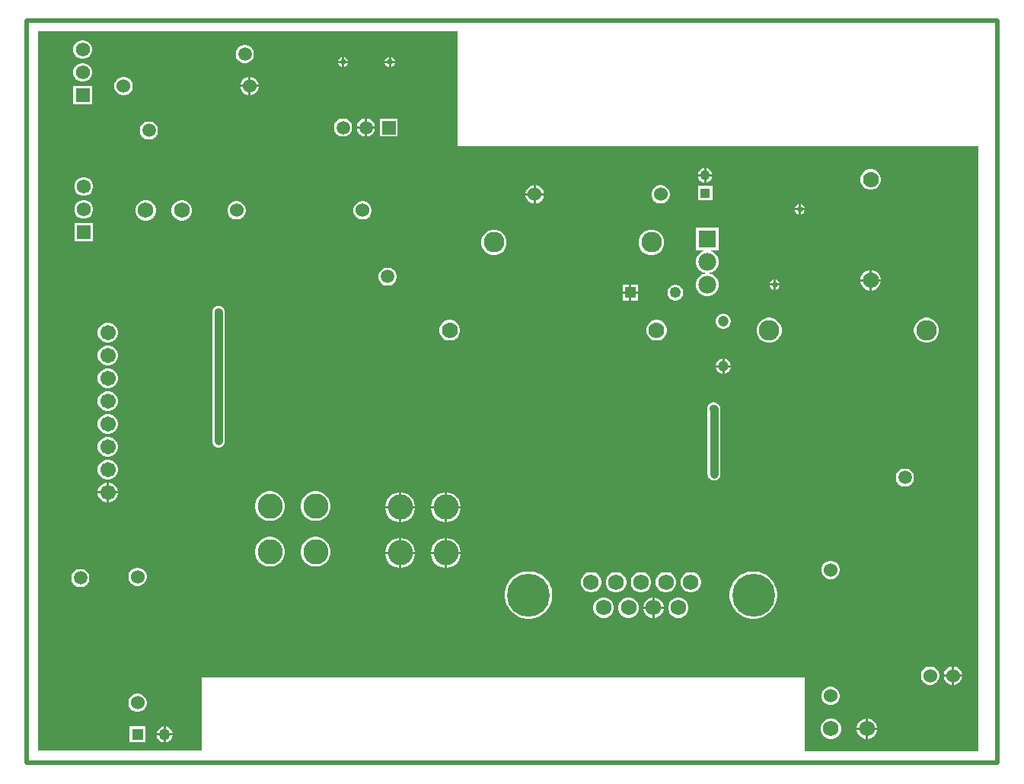
<source format=gbl>
G04*
G04 #@! TF.GenerationSoftware,Altium Limited,Altium Designer,21.6.4 (81)*
G04*
G04 Layer_Physical_Order=2*
G04 Layer_Color=16711680*
%FSLAX25Y25*%
%MOIN*%
G70*
G04*
G04 #@! TF.SameCoordinates,4CA0FBB6-7D73-4BA8-9560-2460E3BCD6C6*
G04*
G04*
G04 #@! TF.FilePolarity,Positive*
G04*
G01*
G75*
%ADD10C,0.02000*%
%ADD26C,0.06700*%
%ADD48C,0.03500*%
%ADD51C,0.05000*%
%ADD52R,0.05000X0.05000*%
%ADD53R,0.05937X0.05937*%
%ADD54C,0.05937*%
%ADD55C,0.06799*%
%ADD56R,0.04331X0.04331*%
%ADD57C,0.04331*%
%ADD58C,0.09000*%
%ADD59C,0.06000*%
%ADD60C,0.04724*%
%ADD61R,0.06201X0.06201*%
%ADD62C,0.06201*%
%ADD63C,0.11000*%
%ADD64C,0.06909*%
%ADD65C,0.18779*%
%ADD66C,0.07795*%
%ADD67R,0.07795X0.07795*%
%ADD68C,0.07000*%
%ADD69R,0.04921X0.04921*%
%ADD70C,0.04921*%
%ADD71C,0.05906*%
%ADD72C,0.02500*%
%ADD73C,0.03500*%
G36*
X188500Y270000D02*
X416500D01*
Y5000D01*
X340500D01*
Y37500D01*
X76500D01*
Y5500D01*
X5000D01*
Y320500D01*
X188500D01*
Y270000D01*
D02*
G37*
%LPC*%
G36*
X25040Y316600D02*
X23960D01*
X22917Y316321D01*
X21982Y315781D01*
X21219Y315018D01*
X20679Y314083D01*
X20400Y313040D01*
Y311960D01*
X20679Y310917D01*
X21219Y309982D01*
X21982Y309219D01*
X22917Y308679D01*
X23960Y308400D01*
X25040D01*
X26083Y308679D01*
X27018Y309219D01*
X27781Y309982D01*
X28321Y310917D01*
X28600Y311960D01*
Y313040D01*
X28321Y314083D01*
X27781Y315018D01*
X27018Y315781D01*
X26083Y316321D01*
X25040Y316600D01*
D02*
G37*
G36*
X159500Y309243D02*
Y307515D01*
X161228D01*
X160907Y308290D01*
X160275Y308922D01*
X159500Y309243D01*
D02*
G37*
G36*
X158500D02*
X157726Y308922D01*
X157092Y308290D01*
X156772Y307515D01*
X158500D01*
Y309243D01*
D02*
G37*
G36*
X139000Y309228D02*
Y307500D01*
X140728D01*
X140408Y308275D01*
X139775Y308908D01*
X139000Y309228D01*
D02*
G37*
G36*
X138000D02*
X137225Y308908D01*
X136592Y308275D01*
X136272Y307500D01*
X138000D01*
Y309228D01*
D02*
G37*
G36*
X96020Y314453D02*
X94980D01*
X93974Y314183D01*
X93073Y313663D01*
X92337Y312927D01*
X91817Y312026D01*
X91547Y311020D01*
Y309980D01*
X91817Y308974D01*
X92337Y308073D01*
X93073Y307337D01*
X93974Y306817D01*
X94980Y306547D01*
X96020D01*
X97026Y306817D01*
X97927Y307337D01*
X98663Y308073D01*
X99183Y308974D01*
X99453Y309980D01*
Y311020D01*
X99183Y312026D01*
X98663Y312927D01*
X97927Y313663D01*
X97026Y314183D01*
X96020Y314453D01*
D02*
G37*
G36*
X161228Y306515D02*
X159500D01*
Y304787D01*
X160275Y305107D01*
X160907Y305740D01*
X161228Y306515D01*
D02*
G37*
G36*
X158500D02*
X156772D01*
X157092Y305740D01*
X157726Y305107D01*
X158500Y304787D01*
Y306515D01*
D02*
G37*
G36*
X140728Y306500D02*
X139000D01*
Y304772D01*
X139775Y305093D01*
X140408Y305726D01*
X140728Y306500D01*
D02*
G37*
G36*
X138000D02*
X136272D01*
X136592Y305726D01*
X137225Y305093D01*
X138000Y304772D01*
Y306500D01*
D02*
G37*
G36*
X25040Y306600D02*
X23960D01*
X22917Y306321D01*
X21982Y305781D01*
X21219Y305018D01*
X20679Y304083D01*
X20400Y303040D01*
Y301960D01*
X20679Y300917D01*
X21219Y299982D01*
X21982Y299219D01*
X22917Y298679D01*
X23960Y298400D01*
X25040D01*
X26083Y298679D01*
X27018Y299219D01*
X27781Y299982D01*
X28321Y300917D01*
X28600Y301960D01*
Y303040D01*
X28321Y304083D01*
X27781Y305018D01*
X27018Y305781D01*
X26083Y306321D01*
X25040Y306600D01*
D02*
G37*
G36*
X98086Y300500D02*
X98059D01*
Y297000D01*
X101559D01*
Y297027D01*
X101286Y298044D01*
X100760Y298956D01*
X100015Y299701D01*
X99103Y300227D01*
X98086Y300500D01*
D02*
G37*
G36*
X97059D02*
X97032D01*
X96015Y300227D01*
X95103Y299701D01*
X94358Y298956D01*
X93832Y298044D01*
X93559Y297027D01*
Y297000D01*
X97059D01*
Y300500D01*
D02*
G37*
G36*
X101559Y296000D02*
X98059D01*
Y292500D01*
X98086D01*
X99103Y292773D01*
X100015Y293299D01*
X100760Y294044D01*
X101286Y294956D01*
X101559Y295973D01*
Y296000D01*
D02*
G37*
G36*
X97059D02*
X93559D01*
Y295973D01*
X93832Y294956D01*
X94358Y294044D01*
X95103Y293299D01*
X96015Y292773D01*
X97032Y292500D01*
X97059D01*
Y296000D01*
D02*
G37*
G36*
X42968Y300500D02*
X41914D01*
X40897Y300227D01*
X39985Y299701D01*
X39240Y298956D01*
X38714Y298044D01*
X38441Y297027D01*
Y295973D01*
X38714Y294956D01*
X39240Y294044D01*
X39985Y293299D01*
X40897Y292773D01*
X41914Y292500D01*
X42968D01*
X43985Y292773D01*
X44897Y293299D01*
X45642Y294044D01*
X46168Y294956D01*
X46441Y295973D01*
Y297027D01*
X46168Y298044D01*
X45642Y298956D01*
X44897Y299701D01*
X43985Y300227D01*
X42968Y300500D01*
D02*
G37*
G36*
X28600Y296600D02*
X20400D01*
Y288400D01*
X28600D01*
Y296600D01*
D02*
G37*
G36*
X149022Y282268D02*
X149000D01*
Y278799D01*
X152469D01*
Y278822D01*
X152198Y279831D01*
X151676Y280736D01*
X150937Y281475D01*
X150032Y281997D01*
X149022Y282268D01*
D02*
G37*
G36*
X148000D02*
X147977D01*
X146968Y281997D01*
X146063Y281475D01*
X145324Y280736D01*
X144802Y279831D01*
X144532Y278822D01*
Y278799D01*
X148000D01*
Y282268D01*
D02*
G37*
G36*
X162469D02*
X154532D01*
Y274331D01*
X162469D01*
Y282268D01*
D02*
G37*
G36*
X152469Y277799D02*
X149000D01*
Y274331D01*
X149022D01*
X150032Y274601D01*
X150937Y275124D01*
X151676Y275863D01*
X152198Y276767D01*
X152469Y277777D01*
Y277799D01*
D02*
G37*
G36*
X148000D02*
X144532D01*
Y277777D01*
X144802Y276767D01*
X145324Y275863D01*
X146063Y275124D01*
X146968Y274601D01*
X147977Y274331D01*
X148000D01*
Y277799D01*
D02*
G37*
G36*
X139023Y282268D02*
X137978D01*
X136968Y281997D01*
X136063Y281475D01*
X135324Y280736D01*
X134802Y279831D01*
X134531Y278822D01*
Y277777D01*
X134802Y276767D01*
X135324Y275863D01*
X136063Y275124D01*
X136968Y274601D01*
X137978Y274331D01*
X139023D01*
X140032Y274601D01*
X140937Y275124D01*
X141676Y275863D01*
X142198Y276767D01*
X142469Y277777D01*
Y278822D01*
X142198Y279831D01*
X141676Y280736D01*
X140937Y281475D01*
X140032Y281997D01*
X139023Y282268D01*
D02*
G37*
G36*
X54020Y280953D02*
X52980D01*
X51974Y280683D01*
X51073Y280163D01*
X50337Y279427D01*
X49817Y278526D01*
X49547Y277520D01*
Y276480D01*
X49817Y275474D01*
X50337Y274573D01*
X51073Y273837D01*
X51974Y273317D01*
X52980Y273047D01*
X54020D01*
X55026Y273317D01*
X55927Y273837D01*
X56663Y274573D01*
X57183Y275474D01*
X57453Y276480D01*
Y277520D01*
X57183Y278526D01*
X56663Y279427D01*
X55927Y280163D01*
X55026Y280683D01*
X54020Y280953D01*
D02*
G37*
G36*
X297500Y260517D02*
Y257874D01*
X300143D01*
X299950Y258596D01*
X299533Y259318D01*
X298944Y259907D01*
X298222Y260324D01*
X297500Y260517D01*
D02*
G37*
G36*
X296500Y260517D02*
X295778Y260324D01*
X295056Y259907D01*
X294467Y259318D01*
X294050Y258596D01*
X293857Y257874D01*
X296500D01*
Y260517D01*
D02*
G37*
G36*
Y256874D02*
X293857D01*
X294050Y256152D01*
X294467Y255431D01*
X295056Y254841D01*
X295778Y254424D01*
X296500Y254231D01*
Y256874D01*
D02*
G37*
G36*
X300143D02*
X297500D01*
Y254231D01*
X298222Y254424D01*
X298944Y254841D01*
X299533Y255431D01*
X299950Y256152D01*
X300143Y256874D01*
D02*
G37*
G36*
X370092Y260047D02*
X368908D01*
X367763Y259740D01*
X366737Y259148D01*
X365899Y258310D01*
X365307Y257284D01*
X365000Y256140D01*
Y254955D01*
X365307Y253810D01*
X365899Y252784D01*
X366737Y251946D01*
X367763Y251354D01*
X368908Y251047D01*
X370092D01*
X371237Y251354D01*
X372263Y251946D01*
X373101Y252784D01*
X373693Y253810D01*
X374000Y254955D01*
Y256140D01*
X373693Y257284D01*
X373101Y258310D01*
X372263Y259148D01*
X371237Y259740D01*
X370092Y260047D01*
D02*
G37*
G36*
X222968Y253000D02*
X222941D01*
Y249500D01*
X226441D01*
Y249527D01*
X226168Y250544D01*
X225642Y251456D01*
X224897Y252201D01*
X223985Y252727D01*
X222968Y253000D01*
D02*
G37*
G36*
X221941D02*
X221914D01*
X220897Y252727D01*
X219985Y252201D01*
X219240Y251456D01*
X218714Y250544D01*
X218441Y249527D01*
Y249500D01*
X221941D01*
Y253000D01*
D02*
G37*
G36*
X25540Y256600D02*
X24460D01*
X23417Y256321D01*
X22482Y255781D01*
X21719Y255018D01*
X21179Y254083D01*
X20900Y253040D01*
Y251960D01*
X21179Y250917D01*
X21719Y249982D01*
X22482Y249219D01*
X23417Y248679D01*
X24460Y248400D01*
X25540D01*
X26583Y248679D01*
X27518Y249219D01*
X28281Y249982D01*
X28821Y250917D01*
X29100Y251960D01*
Y253040D01*
X28821Y254083D01*
X28281Y255018D01*
X27518Y255781D01*
X26583Y256321D01*
X25540Y256600D01*
D02*
G37*
G36*
X300165Y252665D02*
X293835D01*
Y246335D01*
X300165D01*
Y252665D01*
D02*
G37*
G36*
X278086Y253000D02*
X277032D01*
X276015Y252727D01*
X275103Y252201D01*
X274358Y251456D01*
X273832Y250544D01*
X273559Y249527D01*
Y248473D01*
X273832Y247456D01*
X274358Y246544D01*
X275103Y245799D01*
X276015Y245273D01*
X277032Y245000D01*
X278086D01*
X279103Y245273D01*
X280015Y245799D01*
X280760Y246544D01*
X281286Y247456D01*
X281559Y248473D01*
Y249527D01*
X281286Y250544D01*
X280760Y251456D01*
X280015Y252201D01*
X279103Y252727D01*
X278086Y253000D01*
D02*
G37*
G36*
X226441Y248500D02*
X222941D01*
Y245000D01*
X222968D01*
X223985Y245273D01*
X224897Y245799D01*
X225642Y246544D01*
X226168Y247456D01*
X226441Y248473D01*
Y248500D01*
D02*
G37*
G36*
X221941D02*
X218441D01*
Y248473D01*
X218714Y247456D01*
X219240Y246544D01*
X219985Y245799D01*
X220897Y245273D01*
X221914Y245000D01*
X221941D01*
Y248500D01*
D02*
G37*
G36*
X339000Y244728D02*
Y243000D01*
X340728D01*
X340407Y243775D01*
X339774Y244408D01*
X339000Y244728D01*
D02*
G37*
G36*
X338000D02*
X337226Y244408D01*
X336593Y243775D01*
X336272Y243000D01*
X338000D01*
Y244728D01*
D02*
G37*
G36*
X340728Y242000D02*
X339000D01*
Y240272D01*
X339774Y240593D01*
X340407Y241226D01*
X340728Y242000D01*
D02*
G37*
G36*
X338000D02*
X336272D01*
X336593Y241226D01*
X337226Y240593D01*
X338000Y240272D01*
Y242000D01*
D02*
G37*
G36*
X25540Y246600D02*
X24460D01*
X23417Y246321D01*
X22482Y245781D01*
X21719Y245018D01*
X21179Y244083D01*
X20900Y243040D01*
Y241960D01*
X21179Y240917D01*
X21719Y239982D01*
X22482Y239219D01*
X23417Y238679D01*
X24460Y238400D01*
X25540D01*
X26583Y238679D01*
X27518Y239219D01*
X28281Y239982D01*
X28821Y240917D01*
X29100Y241960D01*
Y243040D01*
X28821Y244083D01*
X28281Y245018D01*
X27518Y245781D01*
X26583Y246321D01*
X25540Y246600D01*
D02*
G37*
G36*
X147586Y246000D02*
X146532D01*
X145515Y245727D01*
X144603Y245201D01*
X143858Y244456D01*
X143332Y243544D01*
X143059Y242527D01*
Y241473D01*
X143332Y240456D01*
X143858Y239544D01*
X144603Y238799D01*
X145515Y238273D01*
X146532Y238000D01*
X147586D01*
X148603Y238273D01*
X149515Y238799D01*
X150260Y239544D01*
X150786Y240456D01*
X151059Y241473D01*
Y242527D01*
X150786Y243544D01*
X150260Y244456D01*
X149515Y245201D01*
X148603Y245727D01*
X147586Y246000D01*
D02*
G37*
G36*
X92468D02*
X91414D01*
X90397Y245727D01*
X89485Y245201D01*
X88740Y244456D01*
X88214Y243544D01*
X87941Y242527D01*
Y241473D01*
X88214Y240456D01*
X88740Y239544D01*
X89485Y238799D01*
X90397Y238273D01*
X91414Y238000D01*
X92468D01*
X93485Y238273D01*
X94397Y238799D01*
X95142Y239544D01*
X95668Y240456D01*
X95941Y241473D01*
Y242527D01*
X95668Y243544D01*
X95142Y244456D01*
X94397Y245201D01*
X93485Y245727D01*
X92468Y246000D01*
D02*
G37*
G36*
X68453Y246400D02*
X67295D01*
X66176Y246100D01*
X65173Y245521D01*
X64354Y244701D01*
X63774Y243698D01*
X63474Y242579D01*
Y241421D01*
X63774Y240302D01*
X64354Y239299D01*
X65173Y238479D01*
X66176Y237900D01*
X67295Y237600D01*
X68453D01*
X69572Y237900D01*
X70575Y238479D01*
X71395Y239299D01*
X71974Y240302D01*
X72274Y241421D01*
Y242579D01*
X71974Y243698D01*
X71395Y244701D01*
X70575Y245521D01*
X69572Y246100D01*
X68453Y246400D01*
D02*
G37*
G36*
X52705D02*
X51547D01*
X50428Y246100D01*
X49425Y245521D01*
X48605Y244701D01*
X48026Y243698D01*
X47726Y242579D01*
Y241421D01*
X48026Y240302D01*
X48605Y239299D01*
X49425Y238479D01*
X50428Y237900D01*
X51547Y237600D01*
X52705D01*
X53824Y237900D01*
X54827Y238479D01*
X55647Y239299D01*
X56226Y240302D01*
X56526Y241421D01*
Y242579D01*
X56226Y243698D01*
X55647Y244701D01*
X54827Y245521D01*
X53824Y246100D01*
X52705Y246400D01*
D02*
G37*
G36*
X29100Y236600D02*
X20900D01*
Y228400D01*
X29100D01*
Y236600D01*
D02*
G37*
G36*
X274224Y233500D02*
X272776D01*
X271377Y233125D01*
X270123Y232401D01*
X269099Y231377D01*
X268375Y230123D01*
X268000Y228724D01*
Y227276D01*
X268375Y225877D01*
X269099Y224623D01*
X270123Y223599D01*
X271377Y222875D01*
X272776Y222500D01*
X274224D01*
X275623Y222875D01*
X276877Y223599D01*
X277901Y224623D01*
X278625Y225877D01*
X279000Y227276D01*
Y228724D01*
X278625Y230123D01*
X277901Y231377D01*
X276877Y232401D01*
X275623Y233125D01*
X274224Y233500D01*
D02*
G37*
G36*
X205327D02*
X203878D01*
X202480Y233125D01*
X201225Y232401D01*
X200201Y231377D01*
X199477Y230123D01*
X199102Y228724D01*
Y227276D01*
X199477Y225877D01*
X200201Y224623D01*
X201225Y223599D01*
X202480Y222875D01*
X203878Y222500D01*
X205327D01*
X206725Y222875D01*
X207979Y223599D01*
X209003Y224623D01*
X209728Y225877D01*
X210102Y227276D01*
Y228724D01*
X209728Y230123D01*
X209003Y231377D01*
X207979Y232401D01*
X206725Y233125D01*
X205327Y233500D01*
D02*
G37*
G36*
X370092Y215953D02*
X370000D01*
Y211953D01*
X374000D01*
Y212045D01*
X373693Y213190D01*
X373101Y214216D01*
X372263Y215054D01*
X371237Y215646D01*
X370092Y215953D01*
D02*
G37*
G36*
X369000D02*
X368908D01*
X367763Y215646D01*
X366737Y215054D01*
X365899Y214216D01*
X365307Y213190D01*
X365000Y212045D01*
Y211953D01*
X369000D01*
Y215953D01*
D02*
G37*
G36*
X328000Y211728D02*
Y210000D01*
X329728D01*
X329408Y210774D01*
X328774Y211407D01*
X328000Y211728D01*
D02*
G37*
G36*
X327000D02*
X326225Y211407D01*
X325592Y210774D01*
X325272Y210000D01*
X327000D01*
Y211728D01*
D02*
G37*
G36*
X158520Y216953D02*
X157480D01*
X156474Y216683D01*
X155573Y216163D01*
X154837Y215427D01*
X154317Y214526D01*
X154047Y213520D01*
Y212480D01*
X154317Y211474D01*
X154837Y210573D01*
X155573Y209837D01*
X156474Y209317D01*
X157480Y209047D01*
X158520D01*
X159526Y209317D01*
X160427Y209837D01*
X161163Y210573D01*
X161683Y211474D01*
X161953Y212480D01*
Y213520D01*
X161683Y214526D01*
X161163Y215427D01*
X160427Y216163D01*
X159526Y216683D01*
X158520Y216953D01*
D02*
G37*
G36*
X329728Y209000D02*
X328000D01*
Y207272D01*
X328774Y207593D01*
X329408Y208225D01*
X329728Y209000D01*
D02*
G37*
G36*
X327000D02*
X325272D01*
X325592Y208225D01*
X326225Y207593D01*
X327000Y207272D01*
Y209000D01*
D02*
G37*
G36*
X374000Y210953D02*
X370000D01*
Y206953D01*
X370092D01*
X371237Y207259D01*
X372263Y207852D01*
X373101Y208690D01*
X373693Y209716D01*
X374000Y210860D01*
Y210953D01*
D02*
G37*
G36*
X369000D02*
X365000D01*
Y210860D01*
X365307Y209716D01*
X365899Y208690D01*
X366737Y207852D01*
X367763Y207259D01*
X368908Y206953D01*
X369000D01*
Y210953D01*
D02*
G37*
G36*
X267776Y209461D02*
X264815D01*
Y206500D01*
X267776D01*
Y209461D01*
D02*
G37*
G36*
X263815D02*
X260854D01*
Y206500D01*
X263815D01*
Y209461D01*
D02*
G37*
G36*
X302898Y234437D02*
X293102D01*
Y224642D01*
X296334D01*
X296400Y224142D01*
X296110Y224064D01*
X294993Y223419D01*
X294081Y222507D01*
X293436Y221390D01*
X293102Y220145D01*
Y218855D01*
X293436Y217610D01*
X294081Y216493D01*
X294993Y215581D01*
X296110Y214936D01*
X296845Y214739D01*
Y214222D01*
X296110Y214024D01*
X294993Y213380D01*
X294081Y212468D01*
X293436Y211351D01*
X293102Y210105D01*
Y208816D01*
X293436Y207570D01*
X294081Y206453D01*
X294993Y205541D01*
X296110Y204897D01*
X297355Y204563D01*
X298645D01*
X299890Y204897D01*
X301007Y205541D01*
X301919Y206453D01*
X302564Y207570D01*
X302898Y208816D01*
Y210105D01*
X302564Y211351D01*
X301919Y212468D01*
X301007Y213380D01*
X299890Y214024D01*
X299155Y214222D01*
Y214739D01*
X299890Y214936D01*
X301007Y215581D01*
X301919Y216493D01*
X302564Y217610D01*
X302898Y218855D01*
Y220145D01*
X302564Y221390D01*
X301919Y222507D01*
X301007Y223419D01*
X299890Y224064D01*
X299600Y224142D01*
X299666Y224642D01*
X302898D01*
Y234437D01*
D02*
G37*
G36*
X284456Y209461D02*
X283544D01*
X282664Y209225D01*
X281875Y208769D01*
X281231Y208125D01*
X280775Y207336D01*
X280539Y206456D01*
Y205544D01*
X280775Y204664D01*
X281231Y203875D01*
X281875Y203231D01*
X282664Y202775D01*
X283544Y202539D01*
X284456D01*
X285336Y202775D01*
X286125Y203231D01*
X286769Y203875D01*
X287225Y204664D01*
X287461Y205544D01*
Y206456D01*
X287225Y207336D01*
X286769Y208125D01*
X286125Y208769D01*
X285336Y209225D01*
X284456Y209461D01*
D02*
G37*
G36*
X267776Y205500D02*
X264815D01*
Y202539D01*
X267776D01*
Y205500D01*
D02*
G37*
G36*
X263815D02*
X260854D01*
Y202539D01*
X263815D01*
Y205500D01*
D02*
G37*
G36*
X305443Y196862D02*
X304557D01*
X303702Y196633D01*
X302936Y196190D01*
X302310Y195564D01*
X301867Y194798D01*
X301638Y193943D01*
Y193057D01*
X301867Y192202D01*
X302310Y191436D01*
X302936Y190810D01*
X303702Y190367D01*
X304557Y190138D01*
X305443D01*
X306298Y190367D01*
X307064Y190810D01*
X307690Y191436D01*
X308133Y192202D01*
X308362Y193057D01*
Y193943D01*
X308133Y194798D01*
X307690Y195564D01*
X307064Y196190D01*
X306298Y196633D01*
X305443Y196862D01*
D02*
G37*
G36*
X276368Y194000D02*
X275183D01*
X274039Y193693D01*
X273012Y193101D01*
X272175Y192263D01*
X271582Y191237D01*
X271276Y190092D01*
Y188908D01*
X271582Y187763D01*
X272175Y186737D01*
X273012Y185899D01*
X274039Y185307D01*
X275183Y185000D01*
X276368D01*
X277513Y185307D01*
X278539Y185899D01*
X279377Y186737D01*
X279969Y187763D01*
X280276Y188908D01*
Y190092D01*
X279969Y191237D01*
X279377Y192263D01*
X278539Y193101D01*
X277513Y193693D01*
X276368Y194000D01*
D02*
G37*
G36*
X185817D02*
X184632D01*
X183487Y193693D01*
X182461Y193101D01*
X181623Y192263D01*
X181031Y191237D01*
X180724Y190092D01*
Y188908D01*
X181031Y187763D01*
X181623Y186737D01*
X182461Y185899D01*
X183487Y185307D01*
X184632Y185000D01*
X185817D01*
X186961Y185307D01*
X187987Y185899D01*
X188825Y186737D01*
X189418Y187763D01*
X189724Y188908D01*
Y190092D01*
X189418Y191237D01*
X188825Y192263D01*
X187987Y193101D01*
X186961Y193693D01*
X185817Y194000D01*
D02*
G37*
G36*
X36073Y192850D02*
X34927D01*
X33821Y192554D01*
X32829Y191981D01*
X32019Y191171D01*
X31446Y190179D01*
X31150Y189073D01*
Y187927D01*
X31446Y186821D01*
X32019Y185829D01*
X32829Y185019D01*
X33821Y184446D01*
X34927Y184150D01*
X36073D01*
X37179Y184446D01*
X38171Y185019D01*
X38981Y185829D01*
X39554Y186821D01*
X39850Y187927D01*
Y189073D01*
X39554Y190179D01*
X38981Y191171D01*
X38171Y191981D01*
X37179Y192554D01*
X36073Y192850D01*
D02*
G37*
G36*
X394673Y195000D02*
X393225D01*
X391826Y194625D01*
X390572Y193901D01*
X389548Y192877D01*
X388824Y191623D01*
X388449Y190224D01*
Y188776D01*
X388824Y187377D01*
X389548Y186123D01*
X390572Y185099D01*
X391826Y184375D01*
X393225Y184000D01*
X394673D01*
X396072Y184375D01*
X397326Y185099D01*
X398350Y186123D01*
X399074Y187377D01*
X399449Y188776D01*
Y190224D01*
X399074Y191623D01*
X398350Y192877D01*
X397326Y193901D01*
X396072Y194625D01*
X394673Y195000D01*
D02*
G37*
G36*
X325775D02*
X324327D01*
X322928Y194625D01*
X321674Y193901D01*
X320650Y192877D01*
X319926Y191623D01*
X319551Y190224D01*
Y188776D01*
X319926Y187377D01*
X320650Y186123D01*
X321674Y185099D01*
X322928Y184375D01*
X324327Y184000D01*
X325775D01*
X327174Y184375D01*
X328428Y185099D01*
X329452Y186123D01*
X330176Y187377D01*
X330551Y188776D01*
Y190224D01*
X330176Y191623D01*
X329452Y192877D01*
X328428Y193901D01*
X327174Y194625D01*
X325775Y195000D01*
D02*
G37*
G36*
X305500Y177162D02*
Y174315D01*
X308347D01*
X308133Y175113D01*
X307690Y175879D01*
X307064Y176505D01*
X306298Y176948D01*
X305500Y177162D01*
D02*
G37*
G36*
X304500D02*
X303702Y176948D01*
X302936Y176505D01*
X302310Y175879D01*
X301867Y175113D01*
X301653Y174315D01*
X304500D01*
Y177162D01*
D02*
G37*
G36*
X36073Y182850D02*
X34927D01*
X33821Y182554D01*
X32829Y181981D01*
X32019Y181171D01*
X31446Y180179D01*
X31150Y179073D01*
Y177927D01*
X31446Y176821D01*
X32019Y175829D01*
X32829Y175019D01*
X33821Y174446D01*
X34927Y174150D01*
X36073D01*
X37179Y174446D01*
X38171Y175019D01*
X38981Y175829D01*
X39554Y176821D01*
X39850Y177927D01*
Y179073D01*
X39554Y180179D01*
X38981Y181171D01*
X38171Y181981D01*
X37179Y182554D01*
X36073Y182850D01*
D02*
G37*
G36*
X308347Y173315D02*
X305500D01*
Y170468D01*
X306298Y170682D01*
X307064Y171124D01*
X307690Y171750D01*
X308133Y172517D01*
X308347Y173315D01*
D02*
G37*
G36*
X304500D02*
X301653D01*
X301867Y172517D01*
X302310Y171750D01*
X302936Y171124D01*
X303702Y170682D01*
X304500Y170468D01*
Y173315D01*
D02*
G37*
G36*
X36073Y172850D02*
X34927D01*
X33821Y172554D01*
X32829Y171981D01*
X32019Y171171D01*
X31446Y170179D01*
X31150Y169073D01*
Y167927D01*
X31446Y166821D01*
X32019Y165829D01*
X32829Y165019D01*
X33821Y164446D01*
X34927Y164150D01*
X36073D01*
X37179Y164446D01*
X38171Y165019D01*
X38981Y165829D01*
X39554Y166821D01*
X39850Y167927D01*
Y169073D01*
X39554Y170179D01*
X38981Y171171D01*
X38171Y171981D01*
X37179Y172554D01*
X36073Y172850D01*
D02*
G37*
G36*
Y162850D02*
X34927D01*
X33821Y162554D01*
X32829Y161981D01*
X32019Y161171D01*
X31446Y160179D01*
X31150Y159073D01*
Y157927D01*
X31446Y156821D01*
X32019Y155829D01*
X32829Y155019D01*
X33821Y154446D01*
X34927Y154150D01*
X36073D01*
X37179Y154446D01*
X38171Y155019D01*
X38981Y155829D01*
X39554Y156821D01*
X39850Y157927D01*
Y159073D01*
X39554Y160179D01*
X38981Y161171D01*
X38171Y161981D01*
X37179Y162554D01*
X36073Y162850D01*
D02*
G37*
G36*
Y152850D02*
X34927D01*
X33821Y152554D01*
X32829Y151981D01*
X32019Y151171D01*
X31446Y150179D01*
X31150Y149073D01*
Y147927D01*
X31446Y146821D01*
X32019Y145829D01*
X32829Y145019D01*
X33821Y144446D01*
X34927Y144150D01*
X36073D01*
X37179Y144446D01*
X38171Y145019D01*
X38981Y145829D01*
X39554Y146821D01*
X39850Y147927D01*
Y149073D01*
X39554Y150179D01*
X38981Y151171D01*
X38171Y151981D01*
X37179Y152554D01*
X36073Y152850D01*
D02*
G37*
G36*
X84000Y200274D02*
X83820Y200250D01*
X83638D01*
X83462Y200203D01*
X83282Y200179D01*
X83114Y200110D01*
X82938Y200063D01*
X82781Y199972D01*
X82613Y199902D01*
X82469Y199792D01*
X82311Y199700D01*
X82183Y199572D01*
X82039Y199461D01*
X81928Y199317D01*
X81800Y199188D01*
X81709Y199031D01*
X81598Y198887D01*
X81528Y198719D01*
X81437Y198562D01*
X81390Y198386D01*
X81321Y198218D01*
X81297Y198038D01*
X81250Y197862D01*
Y197680D01*
X81226Y197500D01*
Y141000D01*
X81250Y140820D01*
Y140638D01*
X81297Y140462D01*
X81321Y140282D01*
X81390Y140114D01*
X81437Y139938D01*
X81528Y139781D01*
X81598Y139613D01*
X81709Y139469D01*
X81800Y139312D01*
X81928Y139183D01*
X82039Y139039D01*
X82183Y138928D01*
X82311Y138800D01*
X82469Y138708D01*
X82613Y138598D01*
X82781Y138528D01*
X82938Y138437D01*
X83114Y138390D01*
X83282Y138321D01*
X83462Y138297D01*
X83638Y138250D01*
X83820D01*
X84000Y138226D01*
X84180Y138250D01*
X84362D01*
X84538Y138297D01*
X84718Y138321D01*
X84886Y138390D01*
X85062Y138437D01*
X85219Y138528D01*
X85387Y138598D01*
X85531Y138708D01*
X85689Y138800D01*
X85817Y138928D01*
X85961Y139039D01*
X86072Y139183D01*
X86200Y139312D01*
X86291Y139469D01*
X86402Y139613D01*
X86472Y139781D01*
X86563Y139938D01*
X86610Y140114D01*
X86679Y140282D01*
X86703Y140462D01*
X86750Y140638D01*
Y140820D01*
X86774Y141000D01*
Y197500D01*
X86750Y197680D01*
Y197862D01*
X86703Y198038D01*
X86679Y198218D01*
X86610Y198386D01*
X86563Y198562D01*
X86472Y198719D01*
X86402Y198887D01*
X86291Y199031D01*
X86200Y199188D01*
X86072Y199317D01*
X85961Y199461D01*
X85817Y199572D01*
X85689Y199700D01*
X85531Y199792D01*
X85387Y199902D01*
X85219Y199972D01*
X85062Y200063D01*
X84886Y200110D01*
X84718Y200179D01*
X84538Y200203D01*
X84362Y200250D01*
X84180D01*
X84000Y200274D01*
D02*
G37*
G36*
X36073Y142850D02*
X34927D01*
X33821Y142554D01*
X32829Y141981D01*
X32019Y141171D01*
X31446Y140179D01*
X31150Y139073D01*
Y137927D01*
X31446Y136821D01*
X32019Y135829D01*
X32829Y135019D01*
X33821Y134446D01*
X34927Y134150D01*
X36073D01*
X37179Y134446D01*
X38171Y135019D01*
X38981Y135829D01*
X39554Y136821D01*
X39850Y137927D01*
Y139073D01*
X39554Y140179D01*
X38981Y141171D01*
X38171Y141981D01*
X37179Y142554D01*
X36073Y142850D01*
D02*
G37*
G36*
Y132850D02*
X34927D01*
X33821Y132554D01*
X32829Y131981D01*
X32019Y131171D01*
X31446Y130179D01*
X31150Y129073D01*
Y127927D01*
X31446Y126821D01*
X32019Y125829D01*
X32829Y125019D01*
X33821Y124446D01*
X34927Y124150D01*
X36073D01*
X37179Y124446D01*
X38171Y125019D01*
X38981Y125829D01*
X39554Y126821D01*
X39850Y127927D01*
Y129073D01*
X39554Y130179D01*
X38981Y131171D01*
X38171Y131981D01*
X37179Y132554D01*
X36073Y132850D01*
D02*
G37*
G36*
X300750Y158024D02*
X300570Y158000D01*
X300388D01*
X300212Y157953D01*
X300032Y157929D01*
X299864Y157860D01*
X299689Y157813D01*
X299531Y157722D01*
X299363Y157652D01*
X299219Y157542D01*
X299061Y157450D01*
X298933Y157322D01*
X298789Y157211D01*
X298678Y157067D01*
X298549Y156939D01*
X298459Y156781D01*
X298348Y156637D01*
X298278Y156469D01*
X298187Y156312D01*
X298140Y156136D01*
X298071Y155968D01*
X298047Y155788D01*
X298000Y155612D01*
Y155430D01*
X297976Y155250D01*
X298000Y155070D01*
Y154888D01*
X298047Y154712D01*
X298071Y154532D01*
X298101Y154458D01*
Y126625D01*
X298196Y125907D01*
X298473Y125238D01*
X298797Y124816D01*
X298799Y124811D01*
X298803Y124808D01*
X298914Y124664D01*
X299039Y124539D01*
X299183Y124428D01*
X299311Y124300D01*
X299469Y124209D01*
X299613Y124098D01*
X299781Y124028D01*
X299939Y123937D01*
X300114Y123890D01*
X300282Y123821D01*
X300462Y123797D01*
X300638Y123750D01*
X300820D01*
X301000Y123726D01*
X301180Y123750D01*
X301362D01*
X301538Y123797D01*
X301718Y123821D01*
X301886Y123890D01*
X302062Y123937D01*
X302219Y124028D01*
X302387Y124098D01*
X302531Y124209D01*
X302689Y124300D01*
X302817Y124428D01*
X302961Y124539D01*
X303072Y124683D01*
X303201Y124811D01*
X303291Y124969D01*
X303402Y125113D01*
X303472Y125281D01*
X303563Y125438D01*
X303610Y125614D01*
X303679Y125782D01*
X303703Y125962D01*
X303750Y126138D01*
Y126320D01*
X303774Y126500D01*
X303750Y126680D01*
Y126862D01*
X303703Y127038D01*
X303679Y127218D01*
X303649Y127292D01*
Y155125D01*
X303554Y155843D01*
X303277Y156512D01*
X302953Y156934D01*
X302951Y156939D01*
X302947Y156942D01*
X302836Y157086D01*
X302711Y157211D01*
X302567Y157322D01*
X302438Y157450D01*
X302281Y157542D01*
X302137Y157652D01*
X301969Y157722D01*
X301812Y157813D01*
X301636Y157860D01*
X301468Y157929D01*
X301288Y157953D01*
X301112Y158000D01*
X300930D01*
X300750Y158024D01*
D02*
G37*
G36*
X385020Y128953D02*
X383980D01*
X382974Y128683D01*
X382073Y128163D01*
X381337Y127427D01*
X380817Y126526D01*
X380547Y125520D01*
Y124480D01*
X380817Y123474D01*
X381337Y122573D01*
X382073Y121837D01*
X382974Y121317D01*
X383980Y121047D01*
X385020D01*
X386026Y121317D01*
X386927Y121837D01*
X387663Y122573D01*
X388183Y123474D01*
X388453Y124480D01*
Y125520D01*
X388183Y126526D01*
X387663Y127427D01*
X386927Y128163D01*
X386026Y128683D01*
X385020Y128953D01*
D02*
G37*
G36*
X36073Y122850D02*
X36000D01*
Y119000D01*
X39850D01*
Y119073D01*
X39554Y120179D01*
X38981Y121171D01*
X38171Y121981D01*
X37179Y122554D01*
X36073Y122850D01*
D02*
G37*
G36*
X35000D02*
X34927D01*
X33821Y122554D01*
X32829Y121981D01*
X32019Y121171D01*
X31446Y120179D01*
X31150Y119073D01*
Y119000D01*
X35000D01*
Y122850D01*
D02*
G37*
G36*
X39850Y118000D02*
X36000D01*
Y114150D01*
X36073D01*
X37179Y114446D01*
X38171Y115019D01*
X38981Y115829D01*
X39554Y116821D01*
X39850Y117927D01*
Y118000D01*
D02*
G37*
G36*
X35000D02*
X31150D01*
Y117927D01*
X31446Y116821D01*
X32019Y115829D01*
X32829Y115019D01*
X33821Y114446D01*
X34927Y114150D01*
X35000D01*
Y118000D01*
D02*
G37*
G36*
X184140Y118500D02*
X184000D01*
Y112500D01*
X190000D01*
Y112640D01*
X189750Y113896D01*
X189260Y115079D01*
X188549Y116144D01*
X187644Y117049D01*
X186579Y117760D01*
X185396Y118250D01*
X184140Y118500D01*
D02*
G37*
G36*
X164140D02*
X164000D01*
Y112500D01*
X170000D01*
Y112640D01*
X169750Y113896D01*
X169260Y115079D01*
X168549Y116144D01*
X167643Y117049D01*
X166579Y117760D01*
X165396Y118250D01*
X164140Y118500D01*
D02*
G37*
G36*
X163000D02*
X162860D01*
X161604Y118250D01*
X160421Y117760D01*
X159356Y117049D01*
X158451Y116144D01*
X157740Y115079D01*
X157250Y113896D01*
X157000Y112640D01*
Y112500D01*
X163000D01*
Y118500D01*
D02*
G37*
G36*
X183000D02*
X182860D01*
X181604Y118250D01*
X180421Y117760D01*
X179357Y117049D01*
X178451Y116144D01*
X177740Y115079D01*
X177250Y113896D01*
X177000Y112640D01*
Y112500D01*
X183000D01*
Y118500D01*
D02*
G37*
G36*
X127140Y119000D02*
X125860D01*
X124604Y118750D01*
X123421Y118260D01*
X122356Y117549D01*
X121451Y116644D01*
X120740Y115579D01*
X120250Y114396D01*
X120000Y113140D01*
Y111860D01*
X120250Y110604D01*
X120740Y109421D01*
X121451Y108356D01*
X122356Y107451D01*
X123421Y106740D01*
X124604Y106250D01*
X125860Y106000D01*
X127140D01*
X128396Y106250D01*
X129579Y106740D01*
X130643Y107451D01*
X131549Y108356D01*
X132260Y109421D01*
X132750Y110604D01*
X133000Y111860D01*
Y113140D01*
X132750Y114396D01*
X132260Y115579D01*
X131549Y116644D01*
X130643Y117549D01*
X129579Y118260D01*
X128396Y118750D01*
X127140Y119000D01*
D02*
G37*
G36*
X107140D02*
X105860D01*
X104604Y118750D01*
X103421Y118260D01*
X102357Y117549D01*
X101451Y116644D01*
X100740Y115579D01*
X100250Y114396D01*
X100000Y113140D01*
Y111860D01*
X100250Y110604D01*
X100740Y109421D01*
X101451Y108356D01*
X102357Y107451D01*
X103421Y106740D01*
X104604Y106250D01*
X105860Y106000D01*
X107140D01*
X108396Y106250D01*
X109579Y106740D01*
X110643Y107451D01*
X111549Y108356D01*
X112260Y109421D01*
X112750Y110604D01*
X113000Y111860D01*
Y113140D01*
X112750Y114396D01*
X112260Y115579D01*
X111549Y116644D01*
X110643Y117549D01*
X109579Y118260D01*
X108396Y118750D01*
X107140Y119000D01*
D02*
G37*
G36*
X190000Y111500D02*
X184000D01*
Y105500D01*
X184140D01*
X185396Y105750D01*
X186579Y106240D01*
X187644Y106951D01*
X188549Y107857D01*
X189260Y108921D01*
X189750Y110104D01*
X190000Y111360D01*
Y111500D01*
D02*
G37*
G36*
X183000D02*
X177000D01*
Y111360D01*
X177250Y110104D01*
X177740Y108921D01*
X178451Y107857D01*
X179357Y106951D01*
X180421Y106240D01*
X181604Y105750D01*
X182860Y105500D01*
X183000D01*
Y111500D01*
D02*
G37*
G36*
X170000D02*
X164000D01*
Y105500D01*
X164140D01*
X165396Y105750D01*
X166579Y106240D01*
X167643Y106951D01*
X168549Y107857D01*
X169260Y108921D01*
X169750Y110104D01*
X170000Y111360D01*
Y111500D01*
D02*
G37*
G36*
X163000D02*
X157000D01*
Y111360D01*
X157250Y110104D01*
X157740Y108921D01*
X158451Y107857D01*
X159356Y106951D01*
X160421Y106240D01*
X161604Y105750D01*
X162860Y105500D01*
X163000D01*
Y111500D01*
D02*
G37*
G36*
X184140Y98500D02*
X184000D01*
Y92500D01*
X190000D01*
Y92640D01*
X189750Y93896D01*
X189260Y95079D01*
X188549Y96144D01*
X187644Y97049D01*
X186579Y97760D01*
X185396Y98250D01*
X184140Y98500D01*
D02*
G37*
G36*
X164140D02*
X164000D01*
Y92500D01*
X170000D01*
Y92640D01*
X169750Y93896D01*
X169260Y95079D01*
X168549Y96144D01*
X167643Y97049D01*
X166579Y97760D01*
X165396Y98250D01*
X164140Y98500D01*
D02*
G37*
G36*
X163000D02*
X162860D01*
X161604Y98250D01*
X160421Y97760D01*
X159356Y97049D01*
X158451Y96144D01*
X157740Y95079D01*
X157250Y93896D01*
X157000Y92640D01*
Y92500D01*
X163000D01*
Y98500D01*
D02*
G37*
G36*
X183000D02*
X182860D01*
X181604Y98250D01*
X180421Y97760D01*
X179357Y97049D01*
X178451Y96144D01*
X177740Y95079D01*
X177250Y93896D01*
X177000Y92640D01*
Y92500D01*
X183000D01*
Y98500D01*
D02*
G37*
G36*
X127140Y99000D02*
X125860D01*
X124604Y98750D01*
X123421Y98260D01*
X122356Y97549D01*
X121451Y96644D01*
X120740Y95579D01*
X120250Y94396D01*
X120000Y93140D01*
Y91860D01*
X120250Y90604D01*
X120740Y89421D01*
X121451Y88357D01*
X122356Y87451D01*
X123421Y86740D01*
X124604Y86250D01*
X125860Y86000D01*
X127140D01*
X128396Y86250D01*
X129579Y86740D01*
X130643Y87451D01*
X131549Y88357D01*
X132260Y89421D01*
X132750Y90604D01*
X133000Y91860D01*
Y93140D01*
X132750Y94396D01*
X132260Y95579D01*
X131549Y96644D01*
X130643Y97549D01*
X129579Y98260D01*
X128396Y98750D01*
X127140Y99000D01*
D02*
G37*
G36*
X107140D02*
X105860D01*
X104604Y98750D01*
X103421Y98260D01*
X102357Y97549D01*
X101451Y96644D01*
X100740Y95579D01*
X100250Y94396D01*
X100000Y93140D01*
Y91860D01*
X100250Y90604D01*
X100740Y89421D01*
X101451Y88357D01*
X102357Y87451D01*
X103421Y86740D01*
X104604Y86250D01*
X105860Y86000D01*
X107140D01*
X108396Y86250D01*
X109579Y86740D01*
X110643Y87451D01*
X111549Y88357D01*
X112260Y89421D01*
X112750Y90604D01*
X113000Y91860D01*
Y93140D01*
X112750Y94396D01*
X112260Y95579D01*
X111549Y96644D01*
X110643Y97549D01*
X109579Y98260D01*
X108396Y98750D01*
X107140Y99000D01*
D02*
G37*
G36*
X190000Y91500D02*
X184000D01*
Y85500D01*
X184140D01*
X185396Y85750D01*
X186579Y86240D01*
X187644Y86951D01*
X188549Y87857D01*
X189260Y88921D01*
X189750Y90104D01*
X190000Y91360D01*
Y91500D01*
D02*
G37*
G36*
X183000D02*
X177000D01*
Y91360D01*
X177250Y90104D01*
X177740Y88921D01*
X178451Y87857D01*
X179357Y86951D01*
X180421Y86240D01*
X181604Y85750D01*
X182860Y85500D01*
X183000D01*
Y91500D01*
D02*
G37*
G36*
X170000D02*
X164000D01*
Y85500D01*
X164140D01*
X165396Y85750D01*
X166579Y86240D01*
X167643Y86951D01*
X168549Y87857D01*
X169260Y88921D01*
X169750Y90104D01*
X170000Y91360D01*
Y91500D01*
D02*
G37*
G36*
X163000D02*
X157000D01*
Y91360D01*
X157250Y90104D01*
X157740Y88921D01*
X158451Y87857D01*
X159356Y86951D01*
X160421Y86240D01*
X161604Y85750D01*
X162860Y85500D01*
X163000D01*
Y91500D01*
D02*
G37*
G36*
X352527Y88559D02*
X351473D01*
X350456Y88286D01*
X349544Y87760D01*
X348799Y87015D01*
X348273Y86103D01*
X348000Y85086D01*
Y84032D01*
X348273Y83015D01*
X348799Y82103D01*
X349544Y81358D01*
X350456Y80832D01*
X351473Y80559D01*
X352527D01*
X353544Y80832D01*
X354456Y81358D01*
X355201Y82103D01*
X355727Y83015D01*
X356000Y84032D01*
Y85086D01*
X355727Y86103D01*
X355201Y87015D01*
X354456Y87760D01*
X353544Y88286D01*
X352527Y88559D01*
D02*
G37*
G36*
X49027Y85559D02*
X47973D01*
X46956Y85286D01*
X46044Y84760D01*
X45299Y84015D01*
X44773Y83103D01*
X44500Y82086D01*
Y81032D01*
X44773Y80015D01*
X45299Y79103D01*
X46044Y78358D01*
X46956Y77832D01*
X47973Y77559D01*
X49027D01*
X50044Y77832D01*
X50956Y78358D01*
X51701Y79103D01*
X52227Y80015D01*
X52500Y81032D01*
Y82086D01*
X52227Y83103D01*
X51701Y84015D01*
X50956Y84760D01*
X50044Y85286D01*
X49027Y85559D01*
D02*
G37*
G36*
X24020Y84953D02*
X22980D01*
X21974Y84683D01*
X21073Y84163D01*
X20337Y83427D01*
X19817Y82526D01*
X19547Y81520D01*
Y80480D01*
X19817Y79474D01*
X20337Y78573D01*
X21073Y77837D01*
X21974Y77317D01*
X22980Y77047D01*
X24020D01*
X25026Y77317D01*
X25927Y77837D01*
X26663Y78573D01*
X27183Y79474D01*
X27453Y80480D01*
Y81520D01*
X27183Y82526D01*
X26663Y83427D01*
X25927Y84163D01*
X25026Y84683D01*
X24020Y84953D01*
D02*
G37*
G36*
X291350Y83636D02*
X290177D01*
X289044Y83332D01*
X288029Y82746D01*
X287199Y81916D01*
X286613Y80901D01*
X286309Y79768D01*
Y78595D01*
X286613Y77462D01*
X287199Y76446D01*
X288029Y75616D01*
X289044Y75030D01*
X290177Y74726D01*
X291350D01*
X292483Y75030D01*
X293499Y75616D01*
X294328Y76446D01*
X294915Y77462D01*
X295218Y78595D01*
Y79768D01*
X294915Y80901D01*
X294328Y81916D01*
X293499Y82746D01*
X292483Y83332D01*
X291350Y83636D01*
D02*
G37*
G36*
X280445D02*
X279272D01*
X278139Y83332D01*
X277123Y82746D01*
X276294Y81916D01*
X275707Y80901D01*
X275403Y79768D01*
Y78595D01*
X275707Y77462D01*
X276294Y76446D01*
X277123Y75616D01*
X278139Y75030D01*
X279272Y74726D01*
X280445D01*
X281578Y75030D01*
X282593Y75616D01*
X283423Y76446D01*
X284009Y77462D01*
X284313Y78595D01*
Y79768D01*
X284009Y80901D01*
X283423Y81916D01*
X282593Y82746D01*
X281578Y83332D01*
X280445Y83636D01*
D02*
G37*
G36*
X269539D02*
X268366D01*
X267233Y83332D01*
X266217Y82746D01*
X265388Y81916D01*
X264802Y80901D01*
X264498Y79768D01*
Y78595D01*
X264802Y77462D01*
X265388Y76446D01*
X266217Y75616D01*
X267233Y75030D01*
X268366Y74726D01*
X269539D01*
X270672Y75030D01*
X271688Y75616D01*
X272517Y76446D01*
X273104Y77462D01*
X273408Y78595D01*
Y79768D01*
X273104Y80901D01*
X272517Y81916D01*
X271688Y82746D01*
X270672Y83332D01*
X269539Y83636D01*
D02*
G37*
G36*
X258634D02*
X257461D01*
X256328Y83332D01*
X255312Y82746D01*
X254483Y81916D01*
X253896Y80901D01*
X253592Y79768D01*
Y78595D01*
X253896Y77462D01*
X254483Y76446D01*
X255312Y75616D01*
X256328Y75030D01*
X257461Y74726D01*
X258634D01*
X259767Y75030D01*
X260783Y75616D01*
X261612Y76446D01*
X262198Y77462D01*
X262502Y78595D01*
Y79768D01*
X262198Y80901D01*
X261612Y81916D01*
X260783Y82746D01*
X259767Y83332D01*
X258634Y83636D01*
D02*
G37*
G36*
X247728D02*
X246555D01*
X245422Y83332D01*
X244407Y82746D01*
X243577Y81916D01*
X242991Y80901D01*
X242687Y79768D01*
Y78595D01*
X242991Y77462D01*
X243577Y76446D01*
X244407Y75616D01*
X245422Y75030D01*
X246555Y74726D01*
X247728D01*
X248861Y75030D01*
X249877Y75616D01*
X250706Y76446D01*
X251293Y77462D01*
X251596Y78595D01*
Y79768D01*
X251293Y80901D01*
X250706Y81916D01*
X249877Y82746D01*
X248861Y83332D01*
X247728Y83636D01*
D02*
G37*
G36*
X274992Y72455D02*
X274905D01*
Y68500D01*
X278860D01*
Y68586D01*
X278557Y69719D01*
X277970Y70735D01*
X277141Y71565D01*
X276125Y72151D01*
X274992Y72455D01*
D02*
G37*
G36*
X273905D02*
X273819D01*
X272686Y72151D01*
X271670Y71565D01*
X270841Y70735D01*
X270254Y69719D01*
X269951Y68586D01*
Y68500D01*
X273905D01*
Y72455D01*
D02*
G37*
G36*
X285897D02*
X284724D01*
X283592Y72151D01*
X282576Y71565D01*
X281746Y70735D01*
X281160Y69719D01*
X280856Y68586D01*
Y67414D01*
X281160Y66281D01*
X281746Y65265D01*
X282576Y64435D01*
X283592Y63849D01*
X284724Y63545D01*
X285897D01*
X287031Y63849D01*
X288046Y64435D01*
X288876Y65265D01*
X289462Y66281D01*
X289766Y67414D01*
Y68586D01*
X289462Y69719D01*
X288876Y70735D01*
X288046Y71565D01*
X287031Y72151D01*
X285897Y72455D01*
D02*
G37*
G36*
X278860Y67500D02*
X274905D01*
Y63545D01*
X274992D01*
X276125Y63849D01*
X277141Y64435D01*
X277970Y65265D01*
X278557Y66281D01*
X278860Y67414D01*
Y67500D01*
D02*
G37*
G36*
X273905D02*
X269951D01*
Y67414D01*
X270254Y66281D01*
X270841Y65265D01*
X271670Y64435D01*
X272686Y63849D01*
X273819Y63545D01*
X273905D01*
Y67500D01*
D02*
G37*
G36*
X264087Y72455D02*
X262913D01*
X261781Y72151D01*
X260765Y71565D01*
X259935Y70735D01*
X259349Y69719D01*
X259045Y68586D01*
Y67414D01*
X259349Y66281D01*
X259935Y65265D01*
X260765Y64435D01*
X261781Y63849D01*
X262913Y63545D01*
X264087D01*
X265219Y63849D01*
X266235Y64435D01*
X267065Y65265D01*
X267651Y66281D01*
X267955Y67414D01*
Y68586D01*
X267651Y69719D01*
X267065Y70735D01*
X266235Y71565D01*
X265219Y72151D01*
X264087Y72455D01*
D02*
G37*
G36*
X253181D02*
X252008D01*
X250875Y72151D01*
X249859Y71565D01*
X249030Y70735D01*
X248443Y69719D01*
X248140Y68586D01*
Y67414D01*
X248443Y66281D01*
X249030Y65265D01*
X249859Y64435D01*
X250875Y63849D01*
X252008Y63545D01*
X253181D01*
X254314Y63849D01*
X255330Y64435D01*
X256159Y65265D01*
X256746Y66281D01*
X257049Y67414D01*
Y68586D01*
X256746Y69719D01*
X256159Y70735D01*
X255330Y71565D01*
X254314Y72151D01*
X253181Y72455D01*
D02*
G37*
G36*
X318983Y83980D02*
X317348D01*
X315732Y83724D01*
X314177Y83219D01*
X312720Y82477D01*
X311397Y81515D01*
X310241Y80359D01*
X309279Y79036D01*
X308537Y77579D01*
X308031Y76024D01*
X307776Y74408D01*
Y72773D01*
X308031Y71158D01*
X308537Y69602D01*
X309279Y68145D01*
X310241Y66822D01*
X311397Y65666D01*
X312720Y64704D01*
X314177Y63962D01*
X315732Y63457D01*
X317348Y63201D01*
X318983D01*
X320598Y63457D01*
X322154Y63962D01*
X323611Y64704D01*
X324934Y65666D01*
X326090Y66822D01*
X327051Y68145D01*
X327794Y69602D01*
X328299Y71158D01*
X328555Y72773D01*
Y74408D01*
X328299Y76024D01*
X327794Y77579D01*
X327051Y79036D01*
X326090Y80359D01*
X324934Y81515D01*
X323611Y82477D01*
X322154Y83219D01*
X320598Y83724D01*
X318983Y83980D01*
D02*
G37*
G36*
X220558D02*
X218922D01*
X217307Y83724D01*
X215752Y83219D01*
X214295Y82477D01*
X212972Y81515D01*
X211815Y80359D01*
X210854Y79036D01*
X210112Y77579D01*
X209606Y76024D01*
X209350Y74408D01*
Y72773D01*
X209606Y71158D01*
X210112Y69602D01*
X210854Y68145D01*
X211815Y66822D01*
X212972Y65666D01*
X214295Y64704D01*
X215752Y63962D01*
X217307Y63457D01*
X218922Y63201D01*
X220558D01*
X222173Y63457D01*
X223728Y63962D01*
X225186Y64704D01*
X226509Y65666D01*
X227665Y66822D01*
X228626Y68145D01*
X229369Y69602D01*
X229874Y71158D01*
X230130Y72773D01*
Y74408D01*
X229874Y76024D01*
X229369Y77579D01*
X228626Y79036D01*
X227665Y80359D01*
X226509Y81515D01*
X225186Y82477D01*
X223728Y83219D01*
X222173Y83724D01*
X220558Y83980D01*
D02*
G37*
G36*
X406027Y42300D02*
X406000D01*
Y38800D01*
X409500D01*
Y38827D01*
X409227Y39844D01*
X408701Y40756D01*
X407956Y41501D01*
X407044Y42027D01*
X406027Y42300D01*
D02*
G37*
G36*
X405000D02*
X404973D01*
X403956Y42027D01*
X403044Y41501D01*
X402299Y40756D01*
X401773Y39844D01*
X401500Y38827D01*
Y38800D01*
X405000D01*
Y42300D01*
D02*
G37*
G36*
X409500Y37800D02*
X406000D01*
Y34300D01*
X406027D01*
X407044Y34573D01*
X407956Y35099D01*
X408701Y35844D01*
X409227Y36756D01*
X409500Y37773D01*
Y37800D01*
D02*
G37*
G36*
X405000D02*
X401500D01*
Y37773D01*
X401773Y36756D01*
X402299Y35844D01*
X403044Y35099D01*
X403956Y34573D01*
X404973Y34300D01*
X405000D01*
Y37800D01*
D02*
G37*
G36*
X396027Y42300D02*
X394973D01*
X393956Y42027D01*
X393044Y41501D01*
X392299Y40756D01*
X391773Y39844D01*
X391500Y38827D01*
Y37773D01*
X391773Y36756D01*
X392299Y35844D01*
X393044Y35099D01*
X393956Y34573D01*
X394973Y34300D01*
X396027D01*
X397044Y34573D01*
X397956Y35099D01*
X398701Y35844D01*
X399227Y36756D01*
X399500Y37773D01*
Y38827D01*
X399227Y39844D01*
X398701Y40756D01*
X397956Y41501D01*
X397044Y42027D01*
X396027Y42300D01*
D02*
G37*
G36*
X352527Y33441D02*
X351473D01*
X350456Y33168D01*
X349544Y32642D01*
X348799Y31897D01*
X348273Y30985D01*
X348000Y29968D01*
Y28914D01*
X348273Y27897D01*
X348799Y26985D01*
X349544Y26240D01*
X350456Y25714D01*
X351473Y25441D01*
X352527D01*
X353544Y25714D01*
X354456Y26240D01*
X355201Y26985D01*
X355727Y27897D01*
X356000Y28914D01*
Y29968D01*
X355727Y30985D01*
X355201Y31897D01*
X354456Y32642D01*
X353544Y33168D01*
X352527Y33441D01*
D02*
G37*
G36*
X49027Y30441D02*
X47973D01*
X46956Y30168D01*
X46044Y29642D01*
X45299Y28897D01*
X44773Y27985D01*
X44500Y26968D01*
Y25914D01*
X44773Y24897D01*
X45299Y23985D01*
X46044Y23240D01*
X46956Y22714D01*
X47973Y22441D01*
X49027D01*
X50044Y22714D01*
X50956Y23240D01*
X51701Y23985D01*
X52227Y24897D01*
X52500Y25914D01*
Y26968D01*
X52227Y27985D01*
X51701Y28897D01*
X50956Y29642D01*
X50044Y30168D01*
X49027Y30441D01*
D02*
G37*
G36*
X368453Y19400D02*
X368374D01*
Y15500D01*
X372274D01*
Y15579D01*
X371974Y16698D01*
X371395Y17701D01*
X370575Y18521D01*
X369572Y19100D01*
X368453Y19400D01*
D02*
G37*
G36*
X367374D02*
X367295D01*
X366176Y19100D01*
X365173Y18521D01*
X364353Y17701D01*
X363774Y16698D01*
X363474Y15579D01*
Y15500D01*
X367374D01*
Y19400D01*
D02*
G37*
G36*
X60905Y15990D02*
Y13000D01*
X63895D01*
X63667Y13851D01*
X63206Y14649D01*
X62555Y15301D01*
X61756Y15762D01*
X60905Y15990D01*
D02*
G37*
G36*
X59905D02*
X59055Y15762D01*
X58257Y15301D01*
X57605Y14649D01*
X57144Y13851D01*
X56916Y13000D01*
X59905D01*
Y15990D01*
D02*
G37*
G36*
X372274Y14500D02*
X368374D01*
Y10600D01*
X368453D01*
X369572Y10900D01*
X370575Y11479D01*
X371395Y12299D01*
X371974Y13302D01*
X372274Y14421D01*
Y14500D01*
D02*
G37*
G36*
X367374D02*
X363474D01*
Y14421D01*
X363774Y13302D01*
X364353Y12299D01*
X365173Y11479D01*
X366176Y10900D01*
X367295Y10600D01*
X367374D01*
Y14500D01*
D02*
G37*
G36*
X352705Y19400D02*
X351547D01*
X350428Y19100D01*
X349425Y18521D01*
X348605Y17701D01*
X348026Y16698D01*
X347726Y15579D01*
Y14421D01*
X348026Y13302D01*
X348605Y12299D01*
X349425Y11479D01*
X350428Y10900D01*
X351547Y10600D01*
X352705D01*
X353824Y10900D01*
X354827Y11479D01*
X355646Y12299D01*
X356226Y13302D01*
X356526Y14421D01*
Y15579D01*
X356226Y16698D01*
X355646Y17701D01*
X354827Y18521D01*
X353824Y19100D01*
X352705Y19400D01*
D02*
G37*
G36*
X63895Y12000D02*
X60905D01*
Y9010D01*
X61756Y9239D01*
X62555Y9699D01*
X63206Y10351D01*
X63667Y11149D01*
X63895Y12000D01*
D02*
G37*
G36*
X59905D02*
X56916D01*
X57144Y11149D01*
X57605Y10351D01*
X58257Y9699D01*
X59055Y9239D01*
X59905Y9010D01*
Y12000D01*
D02*
G37*
G36*
X52095Y16000D02*
X45094D01*
Y9000D01*
X52095D01*
Y16000D01*
D02*
G37*
%LPD*%
D10*
X425000Y0D02*
Y325000D01*
X0D02*
X425000D01*
X0Y0D02*
Y325000D01*
Y0D02*
X425000D01*
D26*
X35500Y118500D02*
D03*
Y128500D02*
D03*
Y188500D02*
D03*
Y178500D02*
D03*
Y168500D02*
D03*
Y158500D02*
D03*
Y148500D02*
D03*
Y138500D02*
D03*
D48*
X300875Y126625D02*
Y155125D01*
Y126625D02*
X301000Y126500D01*
X84000Y141000D02*
Y197500D01*
X300750Y155250D02*
X300875Y155125D01*
D51*
X60405Y12500D02*
D03*
D52*
X48594D02*
D03*
D53*
X158500Y278299D02*
D03*
D54*
X148500D02*
D03*
X138500D02*
D03*
D55*
X367874Y15000D02*
D03*
X352126D02*
D03*
X67874Y242000D02*
D03*
X52126D02*
D03*
D56*
X297000Y249500D02*
D03*
D57*
Y257374D02*
D03*
D58*
X325051Y189500D02*
D03*
X393949D02*
D03*
X273500Y228000D02*
D03*
X204602D02*
D03*
D59*
X405500Y38300D02*
D03*
X395500D02*
D03*
X48500Y26441D02*
D03*
Y81559D02*
D03*
X97559Y296500D02*
D03*
X42441D02*
D03*
X352000Y84559D02*
D03*
Y29441D02*
D03*
X277559Y249000D02*
D03*
X222441D02*
D03*
X147059Y242000D02*
D03*
X91941D02*
D03*
D60*
X305000Y193500D02*
D03*
Y173815D02*
D03*
D61*
X25000Y232500D02*
D03*
X24500Y292500D02*
D03*
D62*
X25000Y242500D02*
D03*
Y252500D02*
D03*
X24500Y302500D02*
D03*
Y312500D02*
D03*
D63*
X106500Y112500D02*
D03*
X126500D02*
D03*
X106500Y92500D02*
D03*
X126500D02*
D03*
X183500Y92000D02*
D03*
X163500D02*
D03*
X183500Y112000D02*
D03*
X163500D02*
D03*
D64*
X290764Y79181D02*
D03*
X279858D02*
D03*
X268953D02*
D03*
X258047D02*
D03*
X247142D02*
D03*
X285311Y68000D02*
D03*
X274406D02*
D03*
X263500D02*
D03*
X252594D02*
D03*
D65*
X219740Y73590D02*
D03*
X318165D02*
D03*
D66*
X298000Y209461D02*
D03*
Y219500D02*
D03*
D67*
Y229539D02*
D03*
D68*
X369500Y255547D02*
D03*
Y211453D02*
D03*
X275776Y189500D02*
D03*
X185224D02*
D03*
D69*
X264315Y206000D02*
D03*
D70*
X284000D02*
D03*
D71*
X95500Y310500D02*
D03*
X23500Y81000D02*
D03*
X53500Y277000D02*
D03*
X158000Y213000D02*
D03*
X384500Y125000D02*
D03*
D72*
X338500Y242500D02*
D03*
X159000Y307015D02*
D03*
X138500Y307000D02*
D03*
X327500Y209500D02*
D03*
D73*
X301000Y126500D02*
D03*
X84000Y141000D02*
D03*
Y197500D02*
D03*
X300750Y155250D02*
D03*
M02*

</source>
